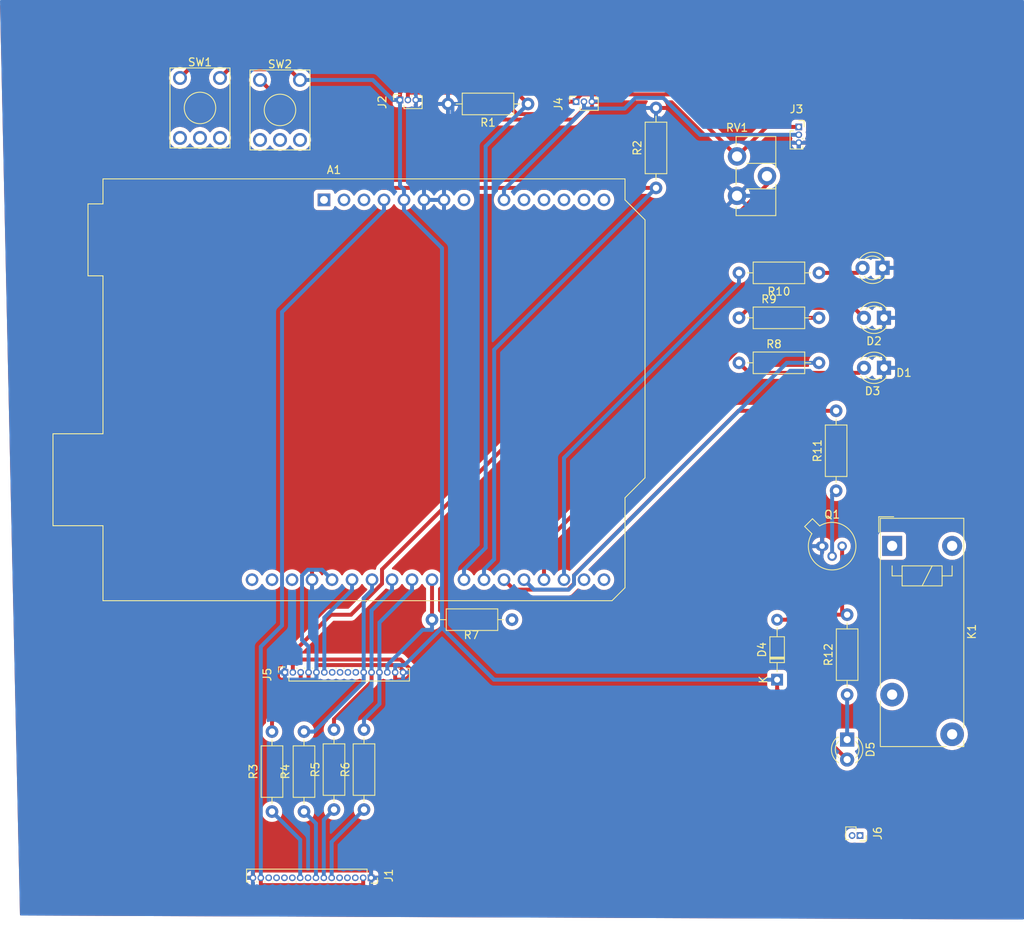
<source format=kicad_pcb>
(kicad_pcb (version 20211014) (generator pcbnew)
  (layers (0 "F.Cu" signal) (31 "B.Cu" signal) (34 "B.Paste" user) (35 "F.Paste" user) (36 "B.SilkS" user "B.Silkscreen") (37 "F.SilkS" user "F.Silkscreen") (38 "B.Mask" user) (39 "F.Mask" user) (44 "Edge.Cuts" user))
  (net 0 "")
  (net 4 "+3V3")
  (net 5 "+5V")
  (net 6 "GND")
  (net 8 "A0")
  (net 16 "Net-(A1-Pad17)")
  (net 17 "Net-(A1-Pad18)")
  (net 18 "Net-(A1-Pad19)")
  (net 19 "D5")
  (net 20 "D6")
  (net 21 "D7")
  (net 22 "Net-(A1-Pad23)")
  (net 23 "Net-(A1-Pad24)")
  (net 24 "Net-(A1-Pad25)")
  (net 25 "Net-(A1-Pad26)")
  (net 26 "Net-(A1-Pad27)")
  (net 27 "Net-(A1-Pad28)")
  (net 31 "Net-(D1-Pad2)")
  (net 32 "Net-(D2-Pad2)")
  (net 33 "Net-(D3-Pad2)")
  (net 34 "Net-(D4-Pad2)")
  (net 35 "Net-(D5-Pad1)")
  (net 39 "D9")
  (net 40 "D10")
  (net 41 "D11")
  (net 42 "D12")
  (net 43 "D13")
  (net 48 "Net-(J5-Pad3)")
  (net 53 "Net-(J6-Pad1)")
  (net 54 "Net-(J6-Pad2)")
  (net 55 "Net-(Q1-Pad2)")
  (net 56 "D8")
  (footprint "Resistor_THT:R_Axial_DIN0207_L6.3mm_D2.5mm_P10.16mm_Horizontal" (layer "F.Cu") (at 135.636 114.3 180)
    (fp_text reference "R7" (at 5.155 -1.955) (layer "F.SilkS"))
    (fp_text value "R")
    (pad "1" thru_hole circle (at 0 0 180) (size 1.6 1.6) (drill 0.8) (layers *.Cu *.Mask) (net 56 "D8"))
    (pad "2" thru_hole oval (at 10.16 0 180) (size 1.6 1.6) (drill 0.8) (layers *.Cu *.Mask) (net 22 "Net-(A1-Pad23)"))
  )
  (footprint "LED_THT:LED_D3.0mm" (layer "F.Cu") (at 182.695 69.596 180)
    (fp_text reference "D3" (at 1.27 -15.66) (layer "F.SilkS"))
    (fp_text value "ze.")
    (pad "1" thru_hole rect (at 0 0 180) (size 1.8 1.8) (drill 0.9) (layers *.Cu *.Mask) (net 6 "GND"))
    (pad "2" thru_hole circle (at 2.54 0 180) (size 1.8 1.8) (drill 0.9) (layers *.Cu *.Mask) (net 33 "Net-(D3-Pad2)"))
  )
  (footprint "Module:Arduino_UNO_R3" (layer "F.Cu") (at 111.76 60.96)
    (fp_text reference "A1" (at 1.27 -3.81 180) (layer "F.SilkS"))
    (fp_text value "Arduino_UNO_R3")
    (pad "1" thru_hole rect (at 0 0 90) (size 1.6 1.6) (drill 1) (layers *.Cu *.Mask))
    (pad "2" thru_hole oval (at 2.54 0 90) (size 1.6 1.6) (drill 1) (layers *.Cu *.Mask))
    (pad "3" thru_hole oval (at 5.08 0 90) (size 1.6 1.6) (drill 1) (layers *.Cu *.Mask))
    (pad "4" thru_hole oval (at 7.62 0 90) (size 1.6 1.6) (drill 1) (layers *.Cu *.Mask) (net 4 "+3V3"))
    (pad "5" thru_hole oval (at 10.16 0 90) (size 1.6 1.6) (drill 1) (layers *.Cu *.Mask) (net 5 "+5V"))
    (pad "6" thru_hole oval (at 12.7 0 90) (size 1.6 1.6) (drill 1) (layers *.Cu *.Mask) (net 6 "GND"))
    (pad "7" thru_hole oval (at 15.24 0 90) (size 1.6 1.6) (drill 1) (layers *.Cu *.Mask) (net 6 "GND"))
    (pad "8" thru_hole oval (at 17.78 0 90) (size 1.6 1.6) (drill 1) (layers *.Cu *.Mask))
    (pad "9" thru_hole oval (at 22.86 0 90) (size 1.6 1.6) (drill 1) (layers *.Cu *.Mask) (net 8 "A0"))
    (pad "10" thru_hole oval (at 25.4 0 90) (size 1.6 1.6) (drill 1) (layers *.Cu *.Mask))
    (pad "11" thru_hole oval (at 27.94 0 90) (size 1.6 1.6) (drill 1) (layers *.Cu *.Mask))
    (pad "12" thru_hole oval (at 30.48 0 90) (size 1.6 1.6) (drill 1) (layers *.Cu *.Mask))
    (pad "13" thru_hole oval (at 33.02 0 90) (size 1.6 1.6) (drill 1) (layers *.Cu *.Mask))
    (pad "14" thru_hole oval (at 35.56 0 90) (size 1.6 1.6) (drill 1) (layers *.Cu *.Mask))
    (pad "15" thru_hole oval (at 35.56 48.26 90) (size 1.6 1.6) (drill 1) (layers *.Cu *.Mask))
    (pad "16" thru_hole oval (at 33.02 48.26 90) (size 1.6 1.6) (drill 1) (layers *.Cu *.Mask))
    (pad "17" thru_hole oval (at 30.48 48.26 90) (size 1.6 1.6) (drill 1) (layers *.Cu *.Mask) (net 16 "Net-(A1-Pad17)"))
    (pad "18" thru_hole oval (at 27.94 48.26 90) (size 1.6 1.6) (drill 1) (layers *.Cu *.Mask) (net 17 "Net-(A1-Pad18)"))
    (pad "19" thru_hole oval (at 25.4 48.26 90) (size 1.6 1.6) (drill 1) (layers *.Cu *.Mask) (net 18 "Net-(A1-Pad19)"))
    (pad "20" thru_hole oval (at 22.86 48.26 90) (size 1.6 1.6) (drill 1) (layers *.Cu *.Mask) (net 19 "D5"))
    (pad "21" thru_hole oval (at 20.32 48.26 90) (size 1.6 1.6) (drill 1) (layers *.Cu *.Mask) (net 20 "D6"))
    (pad "22" thru_hole oval (at 17.78 48.26 90) (size 1.6 1.6) (drill 1) (layers *.Cu *.Mask) (net 21 "D7"))
    (pad "23" thru_hole oval (at 13.72 48.26 90) (size 1.6 1.6) (drill 1) (layers *.Cu *.Mask) (net 22 "Net-(A1-Pad23)"))
    (pad "24" thru_hole oval (at 11.18 48.26 90) (size 1.6 1.6) (drill 1) (layers *.Cu *.Mask) (net 23 "Net-(A1-Pad24)"))
    (pad "25" thru_hole oval (at 8.64 48.26 90) (size 1.6 1.6) (drill 1) (layers *.Cu *.Mask) (net 24 "Net-(A1-Pad25)"))
    (pad "26" thru_hole oval (at 6.1 48.26 90) (size 1.6 1.6) (drill 1) (layers *.Cu *.Mask) (net 25 "Net-(A1-Pad26)"))
    (pad "27" thru_hole oval (at 3.56 48.26 90) (size 1.6 1.6) (drill 1) (layers *.Cu *.Mask) (net 26 "Net-(A1-Pad27)"))
    (pad "28" thru_hole oval (at 1.02 48.26 90) (size 1.6 1.6) (drill 1) (layers *.Cu *.Mask) (net 27 "Net-(A1-Pad28)"))
    (pad "29" thru_hole oval (at -1.52 48.26 90) (size 1.6 1.6) (drill 1) (layers *.Cu *.Mask) (net 6 "GND"))
    (pad "30" thru_hole oval (at -4.06 48.26 90) (size 1.6 1.6) (drill 1) (layers *.Cu *.Mask))
    (pad "31" thru_hole oval (at -6.6 48.26 90) (size 1.6 1.6) (drill 1) (layers *.Cu *.Mask))
    (pad "32" thru_hole oval (at -9.14 48.26 90) (size 1.6 1.6) (drill 1) (layers *.Cu *.Mask))
  )
  (footprint "LED_THT:LED_D3.0mm" (layer "F.Cu") (at 182.875 75.946 180)
    (fp_text reference "D2" (at 1.27 -2.96) (layer "F.SilkS"))
    (fp_text value "ru.")
    (pad "1" thru_hole rect (at 0 0 180) (size 1.8 1.8) (drill 0.9) (layers *.Cu *.Mask) (net 6 "GND"))
    (pad "2" thru_hole circle (at 2.54 0 180) (size 1.8 1.8) (drill 0.9) (layers *.Cu *.Mask) (net 32 "Net-(D2-Pad2)"))
  )
  (footprint "Diode_THT:D_DO-34_SOD68_P7.62mm_Horizontal" (layer "F.Cu") (at 169.307 121.925 90)
    (fp_text reference "D4" (at 3.81 -1.92 90) (layer "F.SilkS"))
    (fp_text value "D")
    (fp_text user "K" (at 0 -1.75 90) (layer "F.SilkS"))
    (pad "1" thru_hole rect (at 0 0 90) (size 1.5 1.5) (drill 0.75) (layers *.Cu *.Mask) (net 5 "+5V"))
    (pad "2" thru_hole oval (at 7.62 0 90) (size 1.5 1.5) (drill 0.75) (layers *.Cu *.Mask) (net 34 "Net-(D4-Pad2)"))
  )
  (footprint "Connector_PinSocket_1.00mm:PinSocket_1x16_P1.00mm_Vertical" (layer "F.Cu") (at 117.736 147.102 -90)
    (fp_text reference "J1" (at -0.29 -2.25 90) (layer "F.SilkS"))
    (fp_text value "Conn_01x16_Female")
    (pad "1" thru_hole rect (at 0 0 270) (size 0.85 0.85) (drill 0.5) (layers *.Cu *.Mask) (net 6 "GND"))
    (pad "2" thru_hole oval (at 0 1 270) (size 0.85 0.85) (drill 0.5) (layers *.Cu *.Mask) (net 4 "+3V3"))
    (pad "3" thru_hole oval (at 0 2 270) (size 0.85 0.85) (drill 0.5) (layers *.Cu *.Mask))
    (pad "4" thru_hole oval (at 0 3 270) (size 0.85 0.85) (drill 0.5) (layers *.Cu *.Mask))
    (pad "5" thru_hole oval (at 0 4 270) (size 0.85 0.85) (drill 0.5) (layers *.Cu *.Mask))
    (pad "6" thru_hole oval (at 0 5 270) (size 0.85 0.85) (drill 0.5) (layers *.Cu *.Mask) (net 39 "D9"))
    (pad "7" thru_hole oval (at 0 6 270) (size 0.85 0.85) (drill 0.5) (layers *.Cu *.Mask) (net 40 "D10"))
    (pad "8" thru_hole oval (at 0 7 270) (size 0.85 0.85) (drill 0.5) (layers *.Cu *.Mask) (net 41 "D11"))
    (pad "9" thru_hole oval (at 0 8 270) (size 0.85 0.85) (drill 0.5) (layers *.Cu *.Mask) (net 42 "D12"))
    (pad "10" thru_hole oval (at 0 9 270) (size 0.85 0.85) (drill 0.5) (layers *.Cu *.Mask) (net 43 "D13"))
    (pad "11" thru_hole oval (at 0 10 270) (size 0.85 0.85) (drill 0.5) (layers *.Cu *.Mask))
    (pad "12" thru_hole oval (at 0 11 270) (size 0.85 0.85) (drill 0.5) (layers *.Cu *.Mask))
    (pad "13" thru_hole oval (at 0 12 270) (size 0.85 0.85) (drill 0.5) (layers *.Cu *.Mask))
    (pad "14" thru_hole oval (at 0 13 270) (size 0.85 0.85) (drill 0.5) (layers *.Cu *.Mask))
    (pad "15" thru_hole oval (at 0 14 270) (size 0.85 0.85) (drill 0.5) (layers *.Cu *.Mask) (net 4 "+3V3"))
    (pad "16" thru_hole oval (at 0 15 270) (size 0.85 0.85) (drill 0.5) (layers *.Cu *.Mask) (net 6 "GND"))
  )
  (footprint "Resistor_THT:R_Axial_DIN0207_L6.3mm_D2.5mm_P10.16mm_Horizontal" (layer "F.Cu") (at 176.8 97.917 90)
    (fp_text reference "R11" (at 5.08 -2.37 90) (layer "F.SilkS"))
    (fp_text value "R")
    (pad "1" thru_hole circle (at 0 0 90) (size 1.6 1.6) (drill 0.8) (layers *.Cu *.Mask) (net 55 "Net-(Q1-Pad2)"))
    (pad "2" thru_hole oval (at 10.16 0 90) (size 1.6 1.6) (drill 0.8) (layers *.Cu *.Mask) (net 19 "D5"))
  )
  (footprint "Resistor_THT:R_Axial_DIN0207_L6.3mm_D2.5mm_P10.16mm_Horizontal" (layer "F.Cu") (at 164.46 75.946)
    (fp_text reference "R9" (at 3.81 -2.37) (layer "F.SilkS"))
    (fp_text value "470R")
    (pad "1" thru_hole circle (at 0 0) (size 1.6 1.6) (drill 0.8) (layers *.Cu *.Mask) (net 32 "Net-(D2-Pad2)"))
    (pad "2" thru_hole oval (at 10.16 0) (size 1.6 1.6) (drill 0.8) (layers *.Cu *.Mask) (net 17 "Net-(A1-Pad18)"))
  )
  (footprint "Resistor_THT:R_Axial_DIN0207_L6.3mm_D2.5mm_P10.16mm_Horizontal" (layer "F.Cu") (at 113.03 138.43 90)
    (fp_text reference "R5" (at 5.08 -2.37 90) (layer "F.SilkS"))
    (fp_text value "R")
    (pad "1" thru_hole circle (at 0 0 90) (size 1.6 1.6) (drill 0.8) (layers *.Cu *.Mask) (net 40 "D10"))
    (pad "2" thru_hole oval (at 10.16 0 90) (size 1.6 1.6) (drill 0.8) (layers *.Cu *.Mask) (net 24 "Net-(A1-Pad25)"))
  )
  (footprint "Connector_PinSocket_1.00mm:PinSocket_1x03_P1.00mm_Vertical" (layer "F.Cu") (at 143.78 48.478 90)
    (fp_text reference "J4" (at -0.29 -2.25 90) (layer "F.SilkS"))
    (fp_text value "Conn_01x03_Female")
    (pad "1" thru_hole rect (at 0 0 90) (size 0.85 0.85) (drill 0.5) (layers *.Cu *.Mask) (net 5 "+5V"))
    (pad "2" thru_hole oval (at 0 1 90) (size 0.85 0.85) (drill 0.5) (layers *.Cu *.Mask) (net 8 "A0"))
    (pad "3" thru_hole oval (at 0 2 90) (size 0.85 0.85) (drill 0.5) (layers *.Cu *.Mask) (net 6 "GND"))
  )
  (footprint "Resistor_THT:R_Axial_DIN0207_L6.3mm_D2.5mm_P10.16mm_Horizontal" (layer "F.Cu") (at 164.46 81.661)
    (fp_text reference "R8" (at 4.445 -2.37) (layer "F.SilkS"))
    (fp_text value "470R")
    (pad "1" thru_hole circle (at 0 0) (size 1.6 1.6) (drill 0.8) (layers *.Cu *.Mask) (net 31 "Net-(D1-Pad2)"))
    (pad "2" thru_hole oval (at 10.16 0) (size 1.6 1.6) (drill 0.8) (layers *.Cu *.Mask) (net 18 "Net-(A1-Pad19)"))
  )
  (footprint "Resistor_THT:R_Axial_DIN0207_L6.3mm_D2.5mm_P10.16mm_Horizontal" (layer "F.Cu") (at 153.924 59.436 90)
    (fp_text reference "R2" (at 5.08 -2.37 90) (layer "F.SilkS"))
    (fp_text value "10k")
    (pad "1" thru_hole circle (at 0 0 90) (size 1.6 1.6) (drill 0.8) (layers *.Cu *.Mask) (net 20 "D6"))
    (pad "2" thru_hole oval (at 10.16 0 90) (size 1.6 1.6) (drill 0.8) (layers *.Cu *.Mask) (net 6 "GND"))
  )
  (footprint "Button_Switch_THT:KSA_Tactile_SPST" (layer "F.Cu") (at 103.632 45.72)
    (fp_text reference "SW2" (at 2.54 -2) (layer "F.SilkS"))
    (fp_text value "SW_Push")
    (pad "1" thru_hole circle (at 0 0) (size 1.778 1.778) (drill 1.143) (layers *.Cu *.Mask) (net 20 "D6"))
    (pad "2" thru_hole circle (at 5.08 0) (size 1.778 1.778) (drill 1.143) (layers *.Cu *.Mask) (net 5 "+5V"))
    (pad "3" thru_hole circle (at 5.08 7.62) (size 1.778 1.778) (drill 1.143) (layers *.Cu *.Mask))
    (pad "4" thru_hole circle (at 2.54 7.62) (size 1.778 1.778) (drill 1.143) (layers *.Cu *.Mask))
    (pad "5" thru_hole circle (at 0 7.62) (size 1.778 1.778) (drill 1.143) (layers *.Cu *.Mask))
  )
  (footprint "Resistor_THT:R_Axial_DIN0207_L6.3mm_D2.5mm_P10.16mm_Horizontal" (layer "F.Cu") (at 105.156 138.684 90)
    (fp_text reference "R3" (at 5.08 -2.37 90) (layer "F.SilkS"))
    (fp_text value "R")
    (pad "1" thru_hole circle (at 0 0 90) (size 1.6 1.6) (drill 0.8) (layers *.Cu *.Mask) (net 43 "D13"))
    (pad "2" thru_hole oval (at 10.16 0 90) (size 1.6 1.6) (drill 0.8) (layers *.Cu *.Mask) (net 27 "Net-(A1-Pad28)"))
  )
  (footprint "Connector_PinSocket_1.00mm:PinSocket_1x03_P1.00mm_Vertical" (layer "F.Cu") (at 172.056 51.687)
    (fp_text reference "J3" (at -0.29 -2.25) (layer "F.SilkS"))
    (fp_text value "Conn_01x03_Female")
    (pad "1" thru_hole rect (at 0 0) (size 0.85 0.85) (drill 0.5) (layers *.Cu *.Mask) (net 5 "+5V"))
    (pad "2" thru_hole oval (at 0 1) (size 0.85 0.85) (drill 0.5) (layers *.Cu *.Mask) (net 8 "A0"))
    (pad "3" thru_hole oval (at 0 2) (size 0.85 0.85) (drill 0.5) (layers *.Cu *.Mask) (net 6 "GND"))
  )
  (footprint "Resistor_THT:R_Axial_DIN0207_L6.3mm_D2.5mm_P10.16mm_Horizontal" (layer "F.Cu") (at 116.84 138.43 90)
    (fp_text reference "R6" (at 5.08 -2.37 90) (layer "F.SilkS"))
    (fp_text value "R")
    (pad "1" thru_hole circle (at 0 0 90) (size 1.6 1.6) (drill 0.8) (layers *.Cu *.Mask) (net 39 "D9"))
    (pad "2" thru_hole oval (at 10.16 0 90) (size 1.6 1.6) (drill 0.8) (layers *.Cu *.Mask) (net 23 "Net-(A1-Pad24)"))
  )
  (footprint "Package_TO_SOT_THT:TO-18-3" (layer "F.Cu") (at 175.022 104.9597)
    (fp_text reference "Q1" (at 1.27 -4.02) (layer "F.SilkS"))
    (fp_text value "BC107")
    (pad "1" thru_hole oval (at 0 0) (size 1.6 1.2) (drill 0.7) (layers *.Cu *.Mask) (net 6 "GND"))
    (pad "2" thru_hole oval (at 1.27 1.27) (size 1.2 1.2) (drill 0.7) (layers *.Cu *.Mask) (net 55 "Net-(Q1-Pad2)"))
    (pad "3" thru_hole oval (at 2.54 0) (size 1.2 1.2) (drill 0.7) (layers *.Cu *.Mask) (net 34 "Net-(D4-Pad2)"))
  )
  (footprint "Resistor_THT:R_Axial_DIN0207_L6.3mm_D2.5mm_P10.16mm_Horizontal" (layer "F.Cu") (at 174.62 70.231 180)
    (fp_text reference "R10" (at 5.08 -2.37) (layer "F.SilkS"))
    (fp_text value "470R")
    (pad "1" thru_hole circle (at 0 0 180) (size 1.6 1.6) (drill 0.8) (layers *.Cu *.Mask) (net 33 "Net-(D3-Pad2)"))
    (pad "2" thru_hole oval (at 10.16 0 180) (size 1.6 1.6) (drill 0.8) (layers *.Cu *.Mask) (net 16 "Net-(A1-Pad17)"))
  )
  (footprint "LED_THT:LED_D3.0mm" (layer "F.Cu") (at 178.197 129.535 -90)
    (fp_text reference "D5" (at 1.27 -2.96 90) (layer "F.SilkS"))
    (fp_text value "LED")
    (pad "1" thru_hole rect (at 0 0 270) (size 1.8 1.8) (drill 0.9) (layers *.Cu *.Mask) (net 35 "Net-(D5-Pad1)"))
    (pad "2" thru_hole circle (at 2.54 0 270) (size 1.8 1.8) (drill 0.9) (layers *.Cu *.Mask) (net 5 "+5V"))
  )
  (footprint "Connector_PinSocket_1.00mm:PinSocket_1x16_P1.00mm_Vertical" (layer "F.Cu") (at 106.8 120.995 90)
    (fp_text reference "J5" (at -0.29 -2.25 90) (layer "F.SilkS"))
    (fp_text value "Conn_01x16_Female")
    (pad "1" thru_hole rect (at 0 0 90) (size 0.85 0.85) (drill 0.5) (layers *.Cu *.Mask) (net 6 "GND"))
    (pad "2" thru_hole oval (at 0 1 90) (size 0.85 0.85) (drill 0.5) (layers *.Cu *.Mask) (net 5 "+5V"))
    (pad "3" thru_hole oval (at 0 2 90) (size 0.85 0.85) (drill 0.5) (layers *.Cu *.Mask) (net 48 "Net-(J5-Pad3)"))
    (pad "4" thru_hole oval (at 0 3 90) (size 0.85 0.85) (drill 0.5) (layers *.Cu *.Mask) (net 27 "Net-(A1-Pad28)"))
    (pad "5" thru_hole oval (at 0 4 90) (size 0.85 0.85) (drill 0.5) (layers *.Cu *.Mask) (net 6 "GND"))
    (pad "6" thru_hole oval (at 0 5 90) (size 0.85 0.85) (drill 0.5) (layers *.Cu *.Mask) (net 26 "Net-(A1-Pad27)"))
    (pad "7" thru_hole oval (at 0 6 90) (size 0.85 0.85) (drill 0.5) (layers *.Cu *.Mask))
    (pad "8" thru_hole oval (at 0 7 90) (size 0.85 0.85) (drill 0.5) (layers *.Cu *.Mask))
    (pad "9" thru_hole oval (at 0 8 90) (size 0.85 0.85) (drill 0.5) (layers *.Cu *.Mask))
    (pad "10" thru_hole oval (at 0 9 90) (size 0.85 0.85) (drill 0.5) (layers *.Cu *.Mask))
    (pad "11" thru_hole oval (at 0 10 90) (size 0.85 0.85) (drill 0.5) (layers *.Cu *.Mask) (net 25 "Net-(A1-Pad26)"))
    (pad "12" thru_hole oval (at 0 11 90) (size 0.85 0.85) (drill 0.5) (layers *.Cu *.Mask) (net 24 "Net-(A1-Pad25)"))
    (pad "13" thru_hole oval (at 0 12 90) (size 0.85 0.85) (drill 0.5) (layers *.Cu *.Mask) (net 23 "Net-(A1-Pad24)"))
    (pad "14" thru_hole oval (at 0 13 90) (size 0.85 0.85) (drill 0.5) (layers *.Cu *.Mask) (net 22 "Net-(A1-Pad23)"))
    (pad "15" thru_hole oval (at 0 14 90) (size 0.85 0.85) (drill 0.5) (layers *.Cu *.Mask) (net 5 "+5V"))
    (pad "16" thru_hole oval (at 0 15 90) (size 0.85 0.85) (drill 0.5) (layers *.Cu *.Mask) (net 6 "GND"))
  )
  (footprint "Potentiometer_THT:Potentiometer_ACP_CA9-H3,8_Horizontal" (layer "F.Cu") (at 164.216 55.437)
    (fp_text reference "RV1" (at 0 -3.65) (layer "F.SilkS"))
    (fp_text value "R_Potentiometer")
    (pad "1" thru_hole circle (at 0 0) (size 2.34 2.34) (drill 1.3) (layers *.Cu *.Mask) (net 5 "+5V"))
    (pad "2" thru_hole circle (at 3.8 2.5) (size 2.34 2.34) (drill 1.3) (layers *.Cu *.Mask) (net 48 "Net-(J5-Pad3)"))
    (pad "3" thru_hole circle (at 0 5) (size 2.34 2.34) (drill 1.3) (layers *.Cu *.Mask) (net 6 "GND"))
  )
  (footprint "Connector_PinSocket_1.00mm:PinSocket_1x03_P1.00mm_Vertical" (layer "F.Cu") (at 121.412 48.26 90)
    (fp_text reference "J2" (at -0.29 -2.25 90) (layer "F.SilkS"))
    (fp_text value "Conn_01x03_Female")
    (pad "1" thru_hole rect (at 0 0 90) (size 0.85 0.85) (drill 0.5) (layers *.Cu *.Mask) (net 5 "+5V"))
    (pad "2" thru_hole oval (at 0 1 90) (size 0.85 0.85) (drill 0.5) (layers *.Cu *.Mask) (net 8 "A0"))
    (pad "3" thru_hole oval (at 0 2 90) (size 0.85 0.85) (drill 0.5) (layers *.Cu *.Mask) (net 6 "GND"))
  )
  (footprint "Connector_PinSocket_1.00mm:PinSocket_1x02_P1.00mm_Vertical" (layer "F.Cu") (at 179.832 141.732 -90)
    (fp_text reference "J6" (at -0.29 -2.25 90) (layer "F.SilkS"))
    (fp_text value "Conn_01x02_Female")
    (pad "1" thru_hole rect (at 0 0 270) (size 0.85 0.85) (drill 0.5) (layers *.Cu *.Mask) (net 53 "Net-(J6-Pad1)"))
    (pad "2" thru_hole oval (at 0 1 270) (size 0.85 0.85) (drill 0.5) (layers *.Cu *.Mask) (net 54 "Net-(J6-Pad2)"))
  )
  (footprint "Resistor_THT:R_Axial_DIN0207_L6.3mm_D2.5mm_P10.16mm_Horizontal" (layer "F.Cu") (at 137.668 48.768 180)
    (fp_text reference "R1" (at 5.08 -2.37) (layer "F.SilkS"))
    (fp_text value "10k")
    (pad "1" thru_hole circle (at 0 0 180) (size 1.6 1.6) (drill 0.8) (layers *.Cu *.Mask) (net 21 "D7"))
    (pad "2" thru_hole oval (at 10.16 0 180) (size 1.6 1.6) (drill 0.8) (layers *.Cu *.Mask) (net 6 "GND"))
  )
  (footprint "Resistor_THT:R_Axial_DIN0207_L6.3mm_D2.5mm_P10.16mm_Horizontal" (layer "F.Cu") (at 109.22 138.684 90)
    (fp_text reference "R4" (at 5.08 -2.37 90) (layer "F.SilkS"))
    (fp_text value "R")
    (pad "1" thru_hole circle (at 0 0 90) (size 1.6 1.6) (drill 0.8) (layers *.Cu *.Mask) (net 41 "D11"))
    (pad "2" thru_hole oval (at 10.16 0 90) (size 1.6 1.6) (drill 0.8) (layers *.Cu *.Mask) (net 25 "Net-(A1-Pad26)"))
  )
  (footprint "Relay_THT:Relay_1-Form-A_Schrack-RYII_RM5mm" (layer "F.Cu") (at 183.912 104.925 -90)
    (fp_text reference "K1" (at 10.9 -10.12 90) (layer "F.SilkS"))
    (fp_text value "AZ850-x")
    (pad "11" thru_hole circle (at 18.9 0 270) (size 3 3) (drill 1.3) (layers *.Cu *.Mask))
    (pad "14" thru_hole circle (at 23.94 -7.62 270) (size 3 3) (drill 1.3) (layers *.Cu *.Mask))
    (pad "A1" thru_hole rect (at 0 0 270) (size 2.54 2.54) (drill 1.3) (layers *.Cu *.Mask))
    (pad "A2" thru_hole circle (at 0 -7.62 270) (size 2.54 2.54) (drill 1.3) (layers *.Cu *.Mask))
  )
  (footprint "LED_THT:LED_D3.0mm" (layer "F.Cu") (at 182.88 82.296 180)
    (fp_text reference "D1" (at -2.535 -0.635) (layer "F.SilkS"))
    (fp_text value "rd.")
    (pad "1" thru_hole rect (at 0 0 180) (size 1.8 1.8) (drill 0.9) (layers *.Cu *.Mask) (net 6 "GND"))
    (pad "2" thru_hole circle (at 2.54 0 180) (size 1.8 1.8) (drill 0.9) (layers *.Cu *.Mask) (net 31 "Net-(D1-Pad2)"))
  )
  (footprint "Resistor_THT:R_Axial_DIN0207_L6.3mm_D2.5mm_P10.16mm_Horizontal" (layer "F.Cu") (at 178.197 123.825 90)
    (fp_text reference "R12" (at 5.08 -2.37 90) (layer "F.SilkS"))
    (fp_text value "R")
    (pad "1" thru_hole circle (at 0 0 90) (size 1.6 1.6) (drill 0.8) (layers *.Cu *.Mask) (net 35 "Net-(D5-Pad1)"))
    (pad "2" thru_hole oval (at 10.16 0 90) (size 1.6 1.6) (drill 0.8) (layers *.Cu *.Mask) (net 34 "Net-(D4-Pad2)"))
  )
  (footprint "Button_Switch_THT:KSA_Tactile_SPST" (layer "F.Cu") (at 93.472 45.466)
    (fp_text reference "SW1" (at 2.54 -2) (layer "F.SilkS"))
    (fp_text value "SW_Push")
    (pad "1" thru_hole circle (at 0 0) (size 1.778 1.778) (drill 1.143) (layers *.Cu *.Mask) (net 21 "D7"))
    (pad "2" thru_hole circle (at 5.08 0) (size 1.778 1.778) (drill 1.143) (layers *.Cu *.Mask) (net 5 "+5V"))
    (pad "3" thru_hole circle (at 5.08 7.62) (size 1.778 1.778) (drill 1.143) (layers *.Cu *.Mask))
    (pad "4" thru_hole circle (at 2.54 7.62) (size 1.778 1.778) (drill 1.143) (layers *.Cu *.Mask))
    (pad "5" thru_hole circle (at 0 7.62) (size 1.778 1.778) (drill 1.143) (layers *.Cu *.Mask))
  )
  (segment (start 116.736 148.027) (end 103.736 148.027) (width 0.5) (layer "F.Cu") (net 4))
  (segment (start 116.736 147.102) (end 116.736 148.027) (width 0.5) (layer "F.Cu") (net 4))
  (segment (start 103.736 147.102) (end 103.736 148.027) (width 0.5) (layer "F.Cu") (net 4))
  (segment (start 106.43 75.21) (end 119.38 62.26) (width 0.5) (layer "B.Cu") (net 4))
  (segment (start 103.736 117.7327) (end 106.43 115.0387) (width 0.5) (layer "B.Cu") (net 4))
  (segment (start 106.43 115.0387) (end 106.43 75.21) (width 0.5) (layer "B.Cu") (net 4))
  (segment (start 119.38 60.96) (end 119.38 62.26) (width 0.5) (layer "B.Cu") (net 4))
  (segment (start 103.736 147.102) (end 103.736 117.7327) (width 0.5) (layer "B.Cu") (net 4))
  (segment (start 132.8499 46.6346) (end 136.2686 50.0533) (width 0.5) (layer "F.Cu") (net 5))
  (segment (start 121.412 47.335) (end 122.1124 46.6346) (width 0.5) (layer "F.Cu") (net 5))
  (segment (start 143.78 48.2189) (end 143.78 48.478) (width 0.5) (layer "F.Cu") (net 5))
  (segment (start 136.2686 50.0533) (end 141.2797 50.0533) (width 0.5) (layer "F.Cu") (net 5))
  (segment (start 122.6805 120.5588) (end 121.4867 119.365) (width 0.5) (layer "F.Cu") (net 5))
  (segment (start 143.78 48.478) (end 142.855 48.478) (width 0.5) (layer "F.Cu") (net 5))
  (segment (start 122.1124 46.6346) (end 132.8499 46.6346) (width 0.5) (layer "F.Cu") (net 5))
  (segment (start 141.2797 50.0533) (end 142.855 48.478) (width 0.5) (layer "F.Cu") (net 5))
  (segment (start 122.6805 121.3693) (end 122.6805 120.5588) (width 0.5) (layer "F.Cu") (net 5))
  (segment (start 172.056 51.687) (end 167.966 51.687) (width 0.5) (layer "F.Cu") (net 5))
  (segment (start 99.6561 44.3619) (end 107.3539 44.3619) (width 0.5) (layer "F.Cu") (net 5))
  (segment (start 107.8 120.995) (end 107.8 120.07) (width 0.5) (layer "F.Cu") (net 5))
  (segment (start 169.307 123.185) (end 178.197 132.075) (width 0.5) (layer "F.Cu") (net 5))
  (segment (start 108.505 119.365) (end 107.8 120.07) (width 0.5) (layer "F.Cu") (net 5))
  (segment (start 120.8 120.995) (end 120.8 121.92) (width 0.5) (layer "F.Cu") (net 5))
  (segment (start 122.1298 121.92) (end 122.6805 121.3693) (width 0.5) (layer "F.Cu") (net 5))
  (segment (start 98.552 45.466) (end 99.6561 44.3619) (width 0.5) (layer "F.Cu") (net 5))
  (segment (start 121.412 48.26) (end 121.412 47.335) (width 0.5) (layer "F.Cu") (net 5))
  (segment (start 121.4867 119.365) (end 108.505 119.365) (width 0.5) (layer "F.Cu") (net 5))
  (segment (start 167.966 51.687) (end 164.216 55.437) (width 0.5) (layer "F.Cu") (net 5))
  (segment (start 156.3363 47.5573) (end 144.4416 47.5573) (width 0.5) (layer "F.Cu") (net 5))
  (segment (start 164.216 55.437) (end 156.3363 47.5573) (width 0.5) (layer "F.Cu") (net 5))
  (segment (start 169.307 121.925) (end 169.307 123.185) (width 0.5) (layer "F.Cu") (net 5))
  (segment (start 120.8 121.92) (end 122.1298 121.92) (width 0.5) (layer "F.Cu") (net 5))
  (segment (start 107.3539 44.3619) (end 108.712 45.72) (width 0.5) (layer "F.Cu") (net 5))
  (segment (start 144.4416 47.5573) (end 143.78 48.2189) (width 0.5) (layer "F.Cu") (net 5))
  (segment (start 121.412 48.26) (end 120.487 48.26) (width 0.5) (layer "B.Cu") (net 5))
  (segment (start 121.412 48.26) (end 121.412 59.152) (width 0.5) (layer "B.Cu") (net 5))
  (segment (start 121.412 59.152) (end 121.92 59.66) (width 0.5) (layer "B.Cu") (net 5))
  (segment (start 126.7474 115.3191) (end 126.7474 67.0874) (width 0.5) (layer "B.Cu") (net 5))
  (segment (start 121.92 60.96) (end 121.92 62.26) (width 0.5) (layer "B.Cu") (net 5))
  (segment (start 120.8 120.995) (end 120.8 120.07) (width 0.5) (layer "B.Cu") (net 5))
  (segment (start 108.712 45.72) (end 117.947 45.72) (width 0.5) (layer "B.Cu") (net 5))
  (segment (start 120.8 120.07) (end 121.9965 120.07) (width 0.5) (layer "B.Cu") (net 5))
  (segment (start 121.9965 120.07) (end 126.7474 115.3191) (width 0.5) (layer "B.Cu") (net 5))
  (segment (start 133.3533 121.925) (end 169.307 121.925) (width 0.5) (layer "B.Cu") (net 5))
  (segment (start 126.7474 115.3191) (end 133.3533 121.925) (width 0.5) (layer "B.Cu") (net 5))
  (segment (start 121.92 60.96) (end 121.92 59.66) (width 0.5) (layer "B.Cu") (net 5))
  (segment (start 117.947 45.72) (end 120.487 48.26) (width 0.5) (layer "B.Cu") (net 5))
  (segment (start 126.7474 67.0874) (end 121.92 62.26) (width 0.5) (layer "B.Cu") (net 5))
  (segment (start 175.022 104.9597) (end 175.022 103.8597) (width 0.5) (layer "F.Cu") (net 6))
  (segment (start 147.503 49.276) (end 146.705 48.478) (width 0.5) (layer "F.Cu") (net 6))
  (segment (start 127.508 48.768) (end 124.845 48.768) (width 0.5) (layer "F.Cu") (net 6))
  (segment (start 182.88 82.296) (end 182.88 96.0017) (width 0.5) (layer "F.Cu") (net 6))
  (segment (start 110.8 120.995) (end 110.8 120.07) (width 0.5) (layer "F.Cu") (net 6))
  (segment (start 102.736 147.102) (end 102.736 146.177) (width 0.5) (layer "F.Cu") (net 6))
  (segment (start 124.845 48.768) (end 124.337 48.26) (width 0.5) (layer "F.Cu") (net 6))
  (segment (start 153.924 49.276) (end 147.503 49.276) (width 0.5) (layer "F.Cu") (net 6))
  (segment (start 123.412 48.26) (end 124.337 48.26) (width 0.5) (layer "F.Cu") (net 6))
  (segment (start 145.78 48.478) (end 146.705 48.478) (width 0.5) (layer "F.Cu") (net 6))
  (segment (start 121.8 120.7504) (end 121.8 120.995) (width 0.5) (layer "F.Cu") (net 6))
  (segment (start 110.8 120.07) (end 121.1196 120.07) (width 0.5) (layer "F.Cu") (net 6))
  (segment (start 117.736 146.177) (end 110.8 146.177) (width 0.5) (layer "F.Cu") (net 6))
  (segment (start 110.24 109.22) (end 110.24 107.92) (width 0.5) (layer "F.Cu") (net 6))
  (segment (start 127 60.96) (end 124.46 60.96) (width 0.5) (layer "F.Cu") (net 6))
  (segment (start 117.736 147.102) (end 117.736 146.177) (width 0.5) (layer "F.Cu") (net 6))
  (segment (start 182.88 96.0017) (end 175.022 103.8597) (width 0.5) (layer "F.Cu") (net 6))
  (segment (start 124.46 93.7) (end 110.24 107.92) (width 0.5) (layer "F.Cu") (net 6))
  (segment (start 110.8 146.177) (end 110.8 120.995) (width 0.5) (layer "F.Cu") (net 6))
  (segment (start 124.46 60.96) (end 124.46 93.7) (width 0.5) (layer "F.Cu") (net 6))
  (segment (start 110.8 146.177) (end 102.736 146.177) (width 0.5) (layer "F.Cu") (net 6))
  (segment (start 121.1196 120.07) (end 121.8 120.7504) (width 0.5) (layer "F.Cu") (net 6))
  (segment (start 110.24 110.52) (end 110.8 111.08) (width 0.5) (layer "B.Cu") (net 6))
  (segment (start 182.875 74.546) (end 182.695 74.366) (width 0.5) (layer "B.Cu") (net 6))
  (segment (start 128.074 58.586) (end 127 59.66) (width 0.5) (layer "B.Cu") (net 6))
  (segment (start 182.695 69.596) (end 182.695 68.196) (width 0.5) (layer "B.Cu") (net 6))
  (segment (start 182.875 80.891) (end 182.875 75.946) (width 0.5) (layer "B.Cu") (net 6))
  (segment (start 145.78 47.553) (end 145.7093 47.4823) (width 0.5) (layer "B.Cu") (net 6))
  (segment (start 182.875 75.946) (end 182.875 74.546) (width 0.5) (layer "B.Cu") (net 6))
  (segment (start 182.88 80.896) (end 182.875 80.891) (width 0.5) (layer "B.Cu") (net 6))
  (segment (start 127.508 48.768) (end 128.074 48.768) (width 0.5) (layer "B.Cu") (net 6))
  (segment (start 130.0937 47.4823) (end 128.808 48.768) (width 0.5) (layer "B.Cu") (net 6))
  (segment (start 127 60.96) (end 127 59.66) (width 0.5) (layer "B.Cu") (net 6))
  (segment (start 145.7093 47.4823) (end 130.0937 47.4823) (width 0.5) (layer "B.Cu") (net 6))
  (segment (start 153.924 50.576) (end 154.355 50.576) (width 0.5) (layer "B.Cu") (net 6))
  (segment (start 128.074 48.768) (end 128.074 58.586) (width 0.5) (layer "B.Cu") (net 6))
  (segment (start 172.056 60.437) (end 179.815 68.196) (width 0.5) (layer "B.Cu") (net 6))
  (segment (start 110.24 109.22) (end 110.24 110.52) (width 0.5) (layer "B.Cu") (net 6))
  (segment (start 182.695 74.366) (end 182.695 69.596) (width 0.5) (layer "B.Cu") (net 6))
  (segment (start 154.355 50.576) (end 164.216 60.437) (width 0.5) (layer "B.Cu") (net 6))
  (segment (start 110.8 120.995) (end 110.8 121.92) (width 0.5) (layer "B.Cu") (net 6))
  (segment (start 179.815 68.196) (end 182.695 68.196) (width 0.5) (layer "B.Cu") (net 6))
  (segment (start 182.88 82.296) (end 182.88 80.896) (width 0.5) (layer "B.Cu") (net 6))
  (segment (start 172.056 60.437) (end 164.216 60.437) (width 0.5) (layer "B.Cu") (net 6))
  (segment (start 172.056 53.687) (end 172.056 60.437) (width 0.5) (layer "B.Cu") (net 6))
  (segment (start 110.8 111.08) (end 110.8 120.995) (width 0.5) (layer "B.Cu") (net 6))
  (segment (start 128.074 48.768) (end 128.808 48.768) (width 0.5) (layer "B.Cu") (net 6))
  (segment (start 106.8 120.995) (end 106.8 121.92) (width 0.5) (layer "B.Cu") (net 6))
  (segment (start 110.8 121.92) (end 106.8 121.92) (width 0.5) (layer "B.Cu") (net 6))
  (segment (start 145.78 48.478) (end 145.78 47.553) (width 0.5) (layer "B.Cu") (net 6))
  (segment (start 153.924 49.276) (end 153.924 50.576) (width 0.5) (layer "B.Cu") (net 6))
  (segment (start 122.412 47.335) (end 130.0163 47.335) (width 0.5) (layer "F.Cu") (net 8))
  (segment (start 144.78 48.478) (end 144.78 49.403) (width 0.5) (layer "F.Cu") (net 8))
  (segment (start 133.435 50.7537) (end 143.4293 50.7537) (width 0.5) (layer "F.Cu") (net 8))
  (segment (start 122.412 48.26) (end 122.412 47.335) (width 0.5) (layer "F.Cu") (net 8))
  (segment (start 130.0163 47.335) (end 133.435 50.7537) (width 0.5) (layer "F.Cu") (net 8))
  (segment (start 143.4293 50.7537) (end 144.78 49.403) (width 0.5) (layer "F.Cu") (net 8))
  (segment (start 144.78 48.478) (end 144.78 49.3551) (width 0.5) (layer "B.Cu") (net 8))
  (segment (start 159.5318 52.687) (end 154.8489 48.0041) (width 0.5) (layer "B.Cu") (net 8))
  (segment (start 149.9399 49.3551) (end 144.78 49.3551) (width 0.5) (layer "B.Cu") (net 8))
  (segment (start 144.78 49.3551) (end 144.78 49.5) (width 0.5) (layer "B.Cu") (net 8))
  (segment (start 151.2909 48.0041) (end 149.9399 49.3551) (width 0.5) (layer "B.Cu") (net 8))
  (segment (start 144.78 49.5) (end 134.62 59.66) (width 0.5) (layer "B.Cu") (net 8))
  (segment (start 172.056 52.687) (end 159.5318 52.687) (width 0.5) (layer "B.Cu") (net 8))
  (segment (start 154.8489 48.0041) (end 151.2909 48.0041) (width 0.5) (layer "B.Cu") (net 8))
  (segment (start 134.62 60.96) (end 134.62 59.66) (width 0.5) (layer "B.Cu") (net 8))
  (segment (start 164.46 71.531) (end 142.24 93.751) (width 0.5) (layer "B.Cu") (net 16))
  (segment (start 142.24 93.751) (end 142.24 109.22) (width 0.5) (layer "B.Cu") (net 16))
  (segment (start 164.46 70.231) (end 164.46 71.531) (width 0.5) (layer "B.Cu") (net 16))
  (segment (start 174.62 75.946) (end 168.3999 75.946) (width 0.5) (layer "F.Cu") (net 17))
  (segment (start 168.3999 75.946) (end 139.7 104.6459) (width 0.5) (layer "F.Cu") (net 17))
  (segment (start 139.7 104.6459) (end 139.7 109.22) (width 0.5) (layer "F.Cu") (net 17))
  (segment (start 143.51 108.6962) (end 143.51 109.8051) (width 0.5) (layer "B.Cu") (net 18))
  (segment (start 143.51 109.8051) (end 142.8364 110.4787) (width 0.5) (layer "B.Cu") (net 18))
  (segment (start 170.5452 81.661) (end 143.51 108.6962) (width 0.5) (layer "B.Cu") (net 18))
  (segment (start 142.8364 110.4787) (end 138.4187 110.4787) (width 0.5) (layer "B.Cu") (net 18))
  (segment (start 174.62 81.661) (end 170.5452 81.661) (width 0.5) (layer "B.Cu") (net 18))
  (segment (start 138.4187 110.4787) (end 137.16 109.22) (width 0.5) (layer "B.Cu") (net 18))
  (segment (start 143.51 109.7192) (end 142.7492 110.48) (width 0.5) (layer "F.Cu") (net 19))
  (segment (start 135.88 110.48) (end 134.62 109.22) (width 0.5) (layer "F.Cu") (net 19))
  (segment (start 142.7492 110.48) (end 135.88 110.48) (width 0.5) (layer "F.Cu") (net 19))
  (segment (start 143.51 108.6561) (end 143.51 109.7192) (width 0.5) (layer "F.Cu") (net 19))
  (segment (start 176.8 87.757) (end 164.4091 87.757) (width 0.5) (layer "F.Cu") (net 19))
  (segment (start 164.4091 87.757) (end 143.51 108.6561) (width 0.5) (layer "F.Cu") (net 19))
  (segment (start 117.348 59.436) (end 153.924 59.436) (width 0.5) (layer "F.Cu") (net 20))
  (segment (start 103.632 45.72) (end 117.348 59.436) (width 0.5) (layer "F.Cu") (net 20))
  (segment (start 133.3696 79.9904) (end 133.3696 106.6304) (width 0.5) (layer "B.Cu") (net 20))
  (segment (start 132.08 109.22) (end 132.08 107.92) (width 0.5) (layer "B.Cu") (net 20))
  (segment (start 133.3696 106.6304) (end 132.08 107.92) (width 0.5) (layer "B.Cu") (net 20))
  (segment (start 153.924 59.436) (end 133.3696 79.9904) (width 0.5) (layer "B.Cu") (net 20))
  (segment (start 132.5614 43.6614) (end 137.668 48.768) (width 0.5) (layer "F.Cu") (net 21))
  (segment (start 93.472 45.466) (end 95.2766 43.6614) (width 0.5) (layer "F.Cu") (net 21))
  (segment (start 95.2766 43.6614) (end 132.5614 43.6614) (width 0.5) (layer "F.Cu") (net 21))
  (segment (start 129.54 109.22) (end 129.54 107.92) (width 0.5) (layer "B.Cu") (net 21))
  (segment (start 137.668 48.768) (end 132.2945 54.1415) (width 0.5) (layer "B.Cu") (net 21))
  (segment (start 132.2945 105.1655) (end 129.54 107.92) (width 0.5) (layer "B.Cu") (net 21))
  (segment (start 132.2945 54.1415) (end 132.2945 105.1655) (width 0.5) (layer "B.Cu") (net 21))
  (segment (start 125.476 114.3) (end 125.476 113) (width 0.5) (layer "F.Cu") (net 22))
  (segment (start 125.476 113) (end 125.48 112.996) (width 0.5) (layer "F.Cu") (net 22))
  (segment (start 125.48 112.996) (end 125.48 109.22) (width 0.5) (layer "F.Cu") (net 22))
  (segment (start 119.8 120.995) (end 119.8 120.07) (width 0.5) (layer "B.Cu") (net 22))
  (segment (start 124.27 115.6) (end 119.8 120.07) (width 0.5) (layer "B.Cu") (net 22))
  (segment (start 125.476 115.6) (end 124.27 115.6) (width 0.5) (layer "B.Cu") (net 22))
  (segment (start 125.476 114.3) (end 125.476 115.6) (width 0.5) (layer "B.Cu") (net 22))
  (segment (start 122.94 110.52) (end 118.8 114.66) (width 0.5) (layer "B.Cu") (net 23))
  (segment (start 118.8 125.01) (end 118.8 120.995) (width 0.5) (layer "B.Cu") (net 23))
  (segment (start 116.84 126.97) (end 118.8 125.01) (width 0.5) (layer "B.Cu") (net 23))
  (segment (start 116.84 128.27) (end 116.84 126.97) (width 0.5) (layer "B.Cu") (net 23))
  (segment (start 118.8 114.66) (end 118.8 120.995) (width 0.5) (layer "B.Cu") (net 23))
  (segment (start 122.94 109.22) (end 122.94 110.52) (width 0.5) (layer "B.Cu") (net 23))
  (segment (start 117.8 120.995) (end 117.8 122.2) (width 0.5) (layer "F.Cu") (net 24))
  (segment (start 113.03 128.27) (end 113.03 126.97) (width 0.5) (layer "F.Cu") (net 24))
  (segment (start 117.8 122.2) (end 113.03 126.97) (width 0.5) (layer "F.Cu") (net 24))
  (segment (start 117.8 120.995) (end 117.8 113.12) (width 0.5) (layer "B.Cu") (net 24))
  (segment (start 120.4 109.22) (end 120.4 110.52) (width 0.5) (layer "B.Cu") (net 24))
  (segment (start 117.8 113.12) (end 120.4 110.52) (width 0.5) (layer "B.Cu") (net 24))
  (segment (start 110.52 128.524) (end 116.8 122.244) (width 0.5) (layer "B.Cu") (net 25))
  (segment (start 116.8 111.58) (end 117.86 110.52) (width 0.5) (layer "B.Cu") (net 25))
  (segment (start 116.8 122.244) (end 116.8 120.995) (width 0.5) (layer "B.Cu") (net 25))
  (segment (start 117.86 109.22) (end 117.86 110.52) (width 0.5) (layer "B.Cu") (net 25))
  (segment (start 116.8 120.995) (end 116.8 111.58) (width 0.5) (layer "B.Cu") (net 25))
  (segment (start 109.22 128.524) (end 110.52 128.524) (width 0.5) (layer "B.Cu") (net 25))
  (segment (start 111.8 114.04) (end 115.32 110.52) (width 0.5) (layer "B.Cu") (net 26))
  (segment (start 111.8 120.995) (end 111.8 114.04) (width 0.5) (layer "B.Cu") (net 26))
  (segment (start 115.32 109.22) (end 115.32 110.52) (width 0.5) (layer "B.Cu") (net 26))
  (segment (start 105.156 128.524) (end 105.156 127.224) (width 0.5) (layer "F.Cu") (net 27))
  (segment (start 109.8 122.58) (end 105.156 127.224) (width 0.5) (layer "F.Cu") (net 27))
  (segment (start 109.8 120.995) (end 109.8 122.58) (width 0.5) (layer "F.Cu") (net 27))
  (segment (start 109.6952 107.9622) (end 111.5222 107.9622) (width 0.5) (layer "B.Cu") (net 27))
  (segment (start 111.5222 107.9622) (end 112.78 109.22) (width 0.5) (layer "B.Cu") (net 27))
  (segment (start 109.8 120.995) (end 109.8 117.7218) (width 0.5) (layer "B.Cu") (net 27))
  (segment (start 108.97 108.6874) (end 109.6952 107.9622) (width 0.5) (layer "B.Cu") (net 27))
  (segment (start 109.8 117.7218) (end 108.97 116.8918) (width 0.5) (layer "B.Cu") (net 27))
  (segment (start 108.97 116.8918) (end 108.97 108.6874) (width 0.5) (layer "B.Cu") (net 27))
  (segment (start 179.6953 82.9407) (end 165.7397 82.9407) (width 0.5) (layer "F.Cu") (net 31))
  (segment (start 180.34 82.296) (end 179.6953 82.9407) (width 0.5) (layer "F.Cu") (net 31))
  (segment (start 165.7397 82.9407) (end 164.46 81.661) (width 0.5) (layer "F.Cu") (net 31))
  (segment (start 165.7158 74.6902) (end 179.0792 74.6902) (width 0.5) (layer "F.Cu") (net 32))
  (segment (start 164.46 75.946) (end 165.7158 74.6902) (width 0.5) (layer "F.Cu") (net 32))
  (segment (start 179.0792 74.6902) (end 180.335 75.946) (width 0.5) (layer "F.Cu") (net 32))
  (segment (start 179.52 70.231) (end 180.155 69.596) (width 0.5) (layer "F.Cu") (net 33))
  (segment (start 174.62 70.231) (end 179.52 70.231) (width 0.5) (layer "F.Cu") (net 33))
  (segment (start 177.562 104.9597) (end 177.562 106.0597) (width 0.5) (layer "F.Cu") (net 34))
  (segment (start 178.197 113.665) (end 177.562 113.665) (width 0.5) (layer "F.Cu") (net 34))
  (segment (start 169.307 114.305) (end 170.557 114.305) (width 0.5) (layer "F.Cu") (net 34))
  (segment (start 171.197 113.665) (end 170.557 114.305) (width 0.5) (layer "F.Cu") (net 34))
  (segment (start 177.562 113.665) (end 171.197 113.665) (width 0.5) (layer "F.Cu") (net 34))
  (segment (start 177.562 113.665) (end 177.562 106.0597) (width 0.5) (layer "F.Cu") (net 34))
  (segment (start 178.197 123.825) (end 178.197 129.535) (width 0.5) (layer "B.Cu") (net 35))
  (segment (start 116.84 138.43) (end 112.736 142.534) (width 0.5) (layer "B.Cu") (net 39))
  (segment (start 112.736 142.534) (end 112.736 147.102) (width 0.5) (layer "B.Cu") (net 39))
  (segment (start 113.03 138.43) (end 111.736 139.724) (width 0.5) (layer "B.Cu") (net 40))
  (segment (start 111.736 139.724) (end 111.736 147.102) (width 0.5) (layer "B.Cu") (net 40))
  (segment (start 109.22 138.684) (end 110.736 140.2) (width 0.5) (layer "B.Cu") (net 41))
  (segment (start 110.736 140.2) (end 110.736 147.102) (width 0.5) (layer "B.Cu") (net 41))
  (segment (start 108.736 142.264) (end 108.736 147.102) (width 0.5) (layer "B.Cu") (net 43))
  (segment (start 105.156 138.684) (end 108.736 142.264) (width 0.5) (layer "B.Cu") (net 43))
  (segment (start 168.016 59.0262) (end 119.13 107.9122) (width 0.5) (layer "F.Cu") (net 48))
  (segment (start 119.13 107.9122) (end 119.13 109.7294) (width 0.5) (layer "F.Cu") (net 48))
  (segment (start 108.8 120.995) (end 108.8 121.92) (width 0.5) (layer "F.Cu") (net 48))
  (segment (start 112.6331 113.6719) (end 105.9246 120.3804) (width 0.5) (layer "F.Cu") (net 48))
  (segment (start 105.9246 120.3804) (end 105.9246 121.6301) (width 0.5) (layer "F.Cu") (net 48))
  (segment (start 119.13 109.7294) (end 115.1875 113.6719) (width 0.5) (layer "F.Cu") (net 48))
  (segment (start 115.1875 113.6719) (end 112.6331 113.6719) (width 0.5) (layer "F.Cu") (net 48))
  (segment (start 106.2145 121.92) (end 108.8 121.92) (width 0.5) (layer "F.Cu") (net 48))
  (segment (start 105.9246 121.6301) (end 106.2145 121.92) (width 0.5) (layer "F.Cu") (net 48))
  (segment (start 168.016 57.937) (end 168.016 59.0262) (width 0.5) (layer "F.Cu") (net 48))
  (segment (start 176.292 98.425) (end 176.8 97.917) (width 0.5) (layer "B.Cu") (net 55))
  (segment (start 176.292 106.2297) (end 176.292 98.425) (width 0.5) (layer "B.Cu") (net 55))
  (zone (net 6) (net_name "GND") (layers F&B.Cu) (connect_pads (clearance 0.508)) (min_thickness 0.254) (fill yes (thermal_gap 0.508) (thermal_bridge_width 0.508))
    (polygon (pts (xy 200.66 152.4) (xy 73.152 151.892) (xy 70.612 35.56) (xy 200.66 35.56)))
  )
)
</source>
